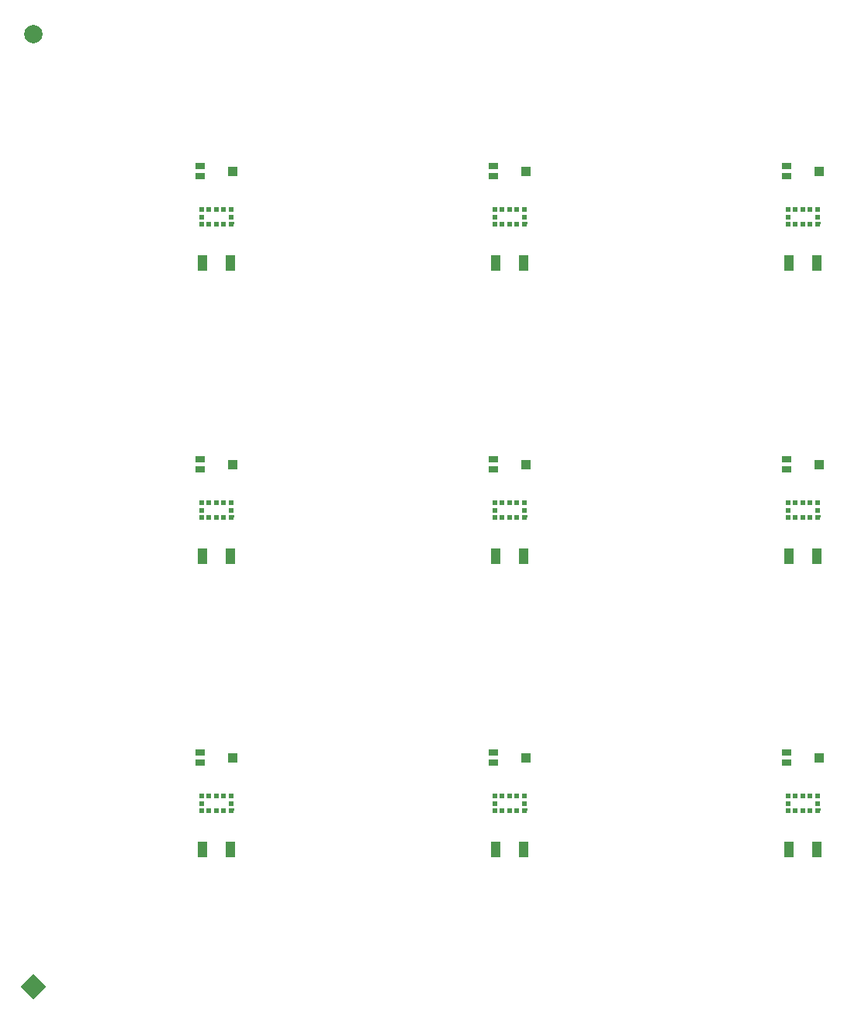
<source format=gtp>
G04*
G04 #@! TF.GenerationSoftware,Altium Limited,Altium Designer,23.5.1 (21)*
G04*
G04 Layer_Color=8421504*
%FSAX44Y44*%
%MOMM*%
G71*
G04*
G04 #@! TF.SameCoordinates,899CF12F-B0FD-4176-B9D3-CD2A61966E73*
G04*
G04*
G04 #@! TF.FilePolarity,Positive*
G04*
G01*
G75*
%ADD10P,2.8284X4X270.0*%
%ADD11C,2.0000*%
%ADD12R,1.1000X1.0000*%
%ADD13R,1.1000X0.8000*%
%ADD14R,1.0160X1.7780*%
%ADD15R,0.5000X0.5000*%
%ADD16C,0.4500*%
G36*
X00879301Y00852001D02*
X00878501D01*
Y00849501D01*
X00873501D01*
Y00854501D01*
X00879301D01*
Y00852001D01*
D02*
G37*
G36*
X00559300D02*
X00558500D01*
Y00849501D01*
X00553500D01*
Y00854501D01*
X00559300D01*
Y00852001D01*
D02*
G37*
G36*
X00239300D02*
X00238500D01*
Y00849501D01*
X00233500D01*
Y00854501D01*
X00239300D01*
Y00852001D01*
D02*
G37*
G36*
X00879301Y00532000D02*
X00878501D01*
Y00529500D01*
X00873501D01*
Y00534500D01*
X00879301D01*
Y00532000D01*
D02*
G37*
G36*
X00559300D02*
X00558500D01*
Y00529500D01*
X00553500D01*
Y00534500D01*
X00559300D01*
Y00532000D01*
D02*
G37*
G36*
X00239300D02*
X00238500D01*
Y00529500D01*
X00233500D01*
Y00534500D01*
X00239300D01*
Y00532000D01*
D02*
G37*
G36*
X00879301Y00212000D02*
X00878501D01*
Y00209500D01*
X00873501D01*
Y00214500D01*
X00879301D01*
Y00212000D01*
D02*
G37*
G36*
X00559300D02*
X00558500D01*
Y00209500D01*
X00553500D01*
Y00214500D01*
X00559300D01*
Y00212000D01*
D02*
G37*
G36*
X00239300D02*
X00238500D01*
Y00209500D01*
X00233500D01*
Y00214500D01*
X00239300D01*
Y00212000D01*
D02*
G37*
D10*
X00020000Y00020000D02*
D03*
D11*
X00020000Y01060000D02*
D03*
D12*
X00237750Y00270000D02*
D03*
X00557750D02*
D03*
X00877751D02*
D03*
X00237750Y00590000D02*
D03*
X00557750D02*
D03*
X00877751D02*
D03*
X00237750Y00910001D02*
D03*
X00557750D02*
D03*
X00877751D02*
D03*
D13*
X00202250Y00264500D02*
D03*
Y00275500D02*
D03*
X00522250Y00264500D02*
D03*
Y00275500D02*
D03*
X00842251Y00264500D02*
D03*
Y00275500D02*
D03*
X00202250Y00584500D02*
D03*
Y00595500D02*
D03*
X00522250Y00584500D02*
D03*
Y00595500D02*
D03*
X00842251Y00584500D02*
D03*
Y00595500D02*
D03*
X00202250Y00904501D02*
D03*
Y00915500D02*
D03*
X00522250Y00904501D02*
D03*
Y00915500D02*
D03*
X00842251Y00904501D02*
D03*
Y00915500D02*
D03*
D14*
X00235240Y00170000D02*
D03*
X00204760D02*
D03*
X00555240D02*
D03*
X00524760D02*
D03*
X00875241D02*
D03*
X00844761D02*
D03*
X00235240Y00490000D02*
D03*
X00204760D02*
D03*
X00555240D02*
D03*
X00524760D02*
D03*
X00875241D02*
D03*
X00844761D02*
D03*
X00235240Y00810000D02*
D03*
X00204760D02*
D03*
X00555240D02*
D03*
X00524760D02*
D03*
X00875241D02*
D03*
X00844761D02*
D03*
D15*
X00228000Y00212000D02*
D03*
X00220000D02*
D03*
X00212000D02*
D03*
X00204000D02*
D03*
Y00228000D02*
D03*
X00212000D02*
D03*
X00220000D02*
D03*
X00228000D02*
D03*
X00236000D02*
D03*
X00204000Y00220000D02*
D03*
X00236000D02*
D03*
X00548000Y00212000D02*
D03*
X00540000D02*
D03*
X00532000D02*
D03*
X00524000D02*
D03*
Y00228000D02*
D03*
X00532000D02*
D03*
X00540000D02*
D03*
X00548000D02*
D03*
X00556000D02*
D03*
X00524000Y00220000D02*
D03*
X00556000D02*
D03*
X00868001Y00212000D02*
D03*
X00860001D02*
D03*
X00852001D02*
D03*
X00844001D02*
D03*
Y00228000D02*
D03*
X00852001D02*
D03*
X00860001D02*
D03*
X00868001D02*
D03*
X00876001D02*
D03*
X00844001Y00220000D02*
D03*
X00876001D02*
D03*
X00228000Y00532000D02*
D03*
X00220000D02*
D03*
X00212000D02*
D03*
X00204000D02*
D03*
Y00548000D02*
D03*
X00212000D02*
D03*
X00220000D02*
D03*
X00228000D02*
D03*
X00236000D02*
D03*
X00204000Y00540000D02*
D03*
X00236000D02*
D03*
X00548000Y00532000D02*
D03*
X00540000D02*
D03*
X00532000D02*
D03*
X00524000D02*
D03*
Y00548000D02*
D03*
X00532000D02*
D03*
X00540000D02*
D03*
X00548000D02*
D03*
X00556000D02*
D03*
X00524000Y00540000D02*
D03*
X00556000D02*
D03*
X00868001Y00532000D02*
D03*
X00860001D02*
D03*
X00852001D02*
D03*
X00844001D02*
D03*
Y00548000D02*
D03*
X00852001D02*
D03*
X00860001D02*
D03*
X00868001D02*
D03*
X00876001D02*
D03*
X00844001Y00540000D02*
D03*
X00876001D02*
D03*
X00228000Y00852001D02*
D03*
X00220000D02*
D03*
X00212000D02*
D03*
X00204000D02*
D03*
Y00868000D02*
D03*
X00212000D02*
D03*
X00220000D02*
D03*
X00228000D02*
D03*
X00236000D02*
D03*
X00204000Y00860001D02*
D03*
X00236000D02*
D03*
X00548000Y00852001D02*
D03*
X00540000D02*
D03*
X00532000D02*
D03*
X00524000D02*
D03*
Y00868000D02*
D03*
X00532000D02*
D03*
X00540000D02*
D03*
X00548000D02*
D03*
X00556000D02*
D03*
X00524000Y00860001D02*
D03*
X00556000D02*
D03*
X00868001Y00852001D02*
D03*
X00860001D02*
D03*
X00852001D02*
D03*
X00844001D02*
D03*
Y00868000D02*
D03*
X00852001D02*
D03*
X00860001D02*
D03*
X00868001D02*
D03*
X00876001D02*
D03*
X00844001Y00860001D02*
D03*
X00876001D02*
D03*
D16*
X00236000Y00212000D02*
D03*
X00556000D02*
D03*
X00876001D02*
D03*
X00236000Y00532000D02*
D03*
X00556000D02*
D03*
X00876001D02*
D03*
X00236000Y00852001D02*
D03*
X00556000D02*
D03*
X00876001D02*
D03*
M02*

</source>
